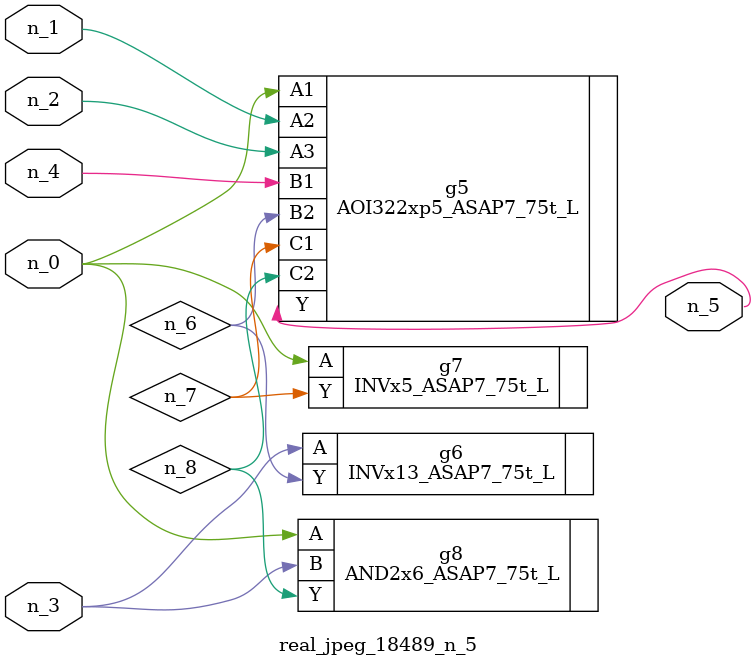
<source format=v>
module real_jpeg_18489_n_5 (n_4, n_0, n_1, n_2, n_3, n_5);

input n_4;
input n_0;
input n_1;
input n_2;
input n_3;

output n_5;

wire n_8;
wire n_6;
wire n_7;

AOI322xp5_ASAP7_75t_L g5 ( 
.A1(n_0),
.A2(n_1),
.A3(n_2),
.B1(n_4),
.B2(n_6),
.C1(n_7),
.C2(n_8),
.Y(n_5)
);

INVx5_ASAP7_75t_L g7 ( 
.A(n_0),
.Y(n_7)
);

AND2x6_ASAP7_75t_L g8 ( 
.A(n_0),
.B(n_3),
.Y(n_8)
);

INVx13_ASAP7_75t_L g6 ( 
.A(n_3),
.Y(n_6)
);


endmodule
</source>
